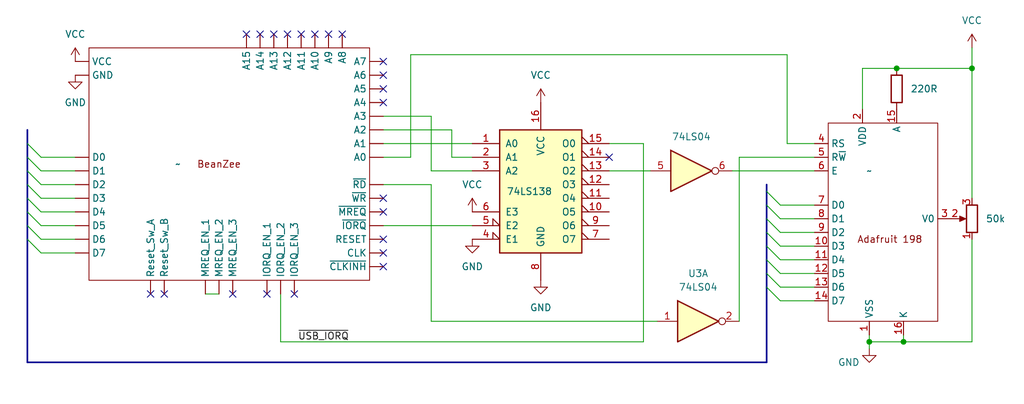
<source format=kicad_sch>
(kicad_sch (version 20230121) (generator eeschema)
  (paper "User" 189.992 75.0062)
  (title_block (title "BeanBoard") (company "PainfulDiodes"))
  (lib_symbols
    (symbol "74xx:74LS04"
      (property "Reference" "U" (at 0 1.27 0))
      (property "Value" "74LS04" (at 0 -1.27 0))
      (symbol "74LS04_1_0"
        (polyline (pts (xy -3.81 3.81) (xy -3.81 -3.81) (xy 3.81 0) (xy -3.81 3.81)) (stroke (width 0.254)) (fill (type background)))
        (pin input line (at -7.62 0 0) (length 3.81) (name "~") (number "1"))
        (pin output inverted (at 7.62 0 180) (length 3.81) (name "~") (number "2"))
      )
      (symbol "74LS04_2_0"
        (polyline (pts (xy -3.81 3.81) (xy -3.81 -3.81) (xy 3.81 0) (xy -3.81 3.81)) (stroke (width 0.254)) (fill (type background)))
        (pin input line (at -7.62 0 0) (length 3.81) (name "~") (number "3"))
        (pin output inverted (at 7.62 0 180) (length 3.81) (name "~") (number "4"))
      )
      (symbol "74LS04_3_0"
        (polyline (pts (xy -3.81 3.81) (xy -3.81 -3.81) (xy 3.81 0) (xy -3.81 3.81)) (stroke (width 0.254)) (fill (type background)))
        (pin input line (at -7.62 0 0) (length 3.81) (name "~") (number "5"))
        (pin output inverted (at 7.62 0 180) (length 3.81) (name "~") (number "6"))
      )
      (symbol "74LS04_4_0"
        (polyline (pts (xy -3.81 3.81) (xy -3.81 -3.81) (xy 3.81 0) (xy -3.81 3.81)) (stroke (width 0.254)) (fill (type background)))
        (pin output inverted (at 7.62 0 180) (length 3.81) (name "~") (number "8"))
        (pin input line (at -7.62 0 0) (length 3.81) (name "~") (number "9"))
      )
      (symbol "74LS04_5_0"
        (polyline (pts (xy -3.81 3.81) (xy -3.81 -3.81) (xy 3.81 0) (xy -3.81 3.81)) (stroke (width 0.254)) (fill (type background)))
        (pin output inverted (at 7.62 0 180) (length 3.81) (name "~") (number "10"))
        (pin input line (at -7.62 0 0) (length 3.81) (name "~") (number "11"))
      )
      (symbol "74LS04_6_0"
        (polyline (pts (xy -3.81 3.81) (xy -3.81 -3.81) (xy 3.81 0) (xy -3.81 3.81)) (stroke (width 0.254)) (fill (type background)))
        (pin output inverted (at 7.62 0 180) (length 3.81) (name "~") (number "12"))
        (pin input line (at -7.62 0 0) (length 3.81) (name "~") (number "13"))
      )
      (symbol "74LS04_7_0"
        (pin power_in line (at 0 12.7 270) (length 5.08) (name "VCC") (number "14"))
        (pin power_in line (at 0 -12.7 90) (length 5.08) (name "GND") (number "7"))
      )
      (symbol "74LS04_7_1"
        (rectangle (start -5.08 7.62) (end 5.08 -7.62) (stroke (width 0.254)) (fill (type background)))
      )
    )
    (symbol "74xx:74LS138" (pin_names (offset 1.016))
      (property "Reference" "U" (at -7.62 11.43 0))
      (property "Value" "74LS138" (at -7.62 -13.97 0))
      (symbol "74LS138_1_0"
        (pin input line (at -12.7 7.62 0) (length 5.08) (name "A0") (number "1"))
        (pin output output_low (at 12.7 -5.08 180) (length 5.08) (name "O5") (number "10"))
        (pin output output_low (at 12.7 -2.54 180) (length 5.08) (name "O4") (number "11"))
        (pin output output_low (at 12.7 0 180) (length 5.08) (name "O3") (number "12"))
        (pin output output_low (at 12.7 2.54 180) (length 5.08) (name "O2") (number "13"))
        (pin output output_low (at 12.7 5.08 180) (length 5.08) (name "O1") (number "14"))
        (pin output output_low (at 12.7 7.62 180) (length 5.08) (name "O0") (number "15"))
        (pin power_in line (at 0 15.24 270) (length 5.08) (name "VCC") (number "16"))
        (pin input line (at -12.7 5.08 0) (length 5.08) (name "A1") (number "2"))
        (pin input line (at -12.7 2.54 0) (length 5.08) (name "A2") (number "3"))
        (pin input input_low (at -12.7 -10.16 0) (length 5.08) (name "E1") (number "4"))
        (pin input input_low (at -12.7 -7.62 0) (length 5.08) (name "E2") (number "5"))
        (pin input line (at -12.7 -5.08 0) (length 5.08) (name "E3") (number "6"))
        (pin output output_low (at 12.7 -10.16 180) (length 5.08) (name "O7") (number "7"))
        (pin power_in line (at 0 -17.78 90) (length 5.08) (name "GND") (number "8"))
        (pin output output_low (at 12.7 -7.62 180) (length 5.08) (name "O6") (number "9"))
      )
      (symbol "74LS138_1_1"
        (rectangle (start -7.62 10.16) (end 7.62 -12.7) (stroke (width 0.254)) (fill (type background)))
      )
    )
    (symbol "BeanZee:BeanZee"
      (property "Reference" "U" (at 7.62 -3.81 0))
      (symbol "BeanZee_0_1"
        (rectangle (start -16.51 21.59) (end 35.56 -21.59))
      )
      (symbol "BeanZee_1_1"
        (text "BeanZee" (at 7.62 0 0) (effects (font (size 1.27 1.27))))
        (pin output line (at 38.1 1.27 180) (length 2.54) (name "A0") (number ""))
        (pin output line (at 38.1 3.81 180) (length 2.54) (name "A1") (number ""))
        (pin output line (at 25.4 24.13 270) (length 2.54) (name "A10") (number ""))
        (pin output line (at 22.86 24.13 270) (length 2.54) (name "A11") (number ""))
        (pin output line (at 20.32 24.13 270) (length 2.54) (name "A12") (number ""))
        (pin output line (at 17.78 24.13 270) (length 2.54) (name "A13") (number ""))
        (pin output line (at 15.24 24.13 270) (length 2.54) (name "A14") (number ""))
        (pin output line (at 12.7 24.13 270) (length 2.54) (name "A15") (number ""))
        (pin output line (at 38.1 6.35 180) (length 2.54) (name "A2") (number ""))
        (pin output line (at 38.1 8.89 180) (length 2.54) (name "A3") (number ""))
        (pin output line (at 38.1 11.43 180) (length 2.54) (name "A4") (number ""))
        (pin output line (at 38.1 13.97 180) (length 2.54) (name "A5") (number ""))
        (pin output line (at 38.1 16.51 180) (length 2.54) (name "A6") (number ""))
        (pin output line (at 38.1 19.05 180) (length 2.54) (name "A7") (number ""))
        (pin output line (at 30.48 24.13 270) (length 2.54) (name "A8") (number ""))
        (pin output line (at 27.94 24.13 270) (length 2.54) (name "A9") (number ""))
        (pin tri_state line (at 38.1 -16.51 180) (length 2.54) (name "CLK") (number ""))
        (pin tri_state line (at -19.05 1.27 0) (length 2.54) (name "D0") (number ""))
        (pin tri_state line (at -19.05 -1.27 0) (length 2.54) (name "D1") (number ""))
        (pin tri_state line (at -19.05 -3.81 0) (length 2.54) (name "D2") (number ""))
        (pin tri_state line (at -19.05 -6.35 0) (length 2.54) (name "D3") (number ""))
        (pin tri_state line (at -19.05 -8.89 0) (length 2.54) (name "D4") (number ""))
        (pin tri_state line (at -19.05 -11.43 0) (length 2.54) (name "D5") (number ""))
        (pin tri_state line (at -19.05 -13.97 0) (length 2.54) (name "D6") (number ""))
        (pin tri_state line (at -19.05 -16.51 0) (length 2.54) (name "D7") (number ""))
        (pin power_out line (at -19.05 16.51 0) (length 2.54) (name "GND") (number ""))
        (pin input line (at 16.51 -24.13 90) (length 2.54) (name "IORQ_EN_1") (number ""))
        (pin input line (at 19.05 -24.13 90) (length 2.54) (name "IORQ_EN_2") (number ""))
        (pin input line (at 21.59 -24.13 90) (length 2.54) (name "IORQ_EN_3") (number ""))
        (pin input line (at 5.08 -24.13 90) (length 2.54) (name "MREQ_EN_1") (number ""))
        (pin input line (at 7.62 -24.13 90) (length 2.54) (name "MREQ_EN_2") (number ""))
        (pin input line (at 10.16 -24.13 90) (length 2.54) (name "MREQ_EN_3") (number ""))
        (pin tri_state line (at 38.1 -13.97 180) (length 2.54) (name "RESET") (number ""))
        (pin input line (at -5.08 -24.13 90) (length 2.54) (name "Reset_Sw_A") (number ""))
        (pin input line (at -2.54 -24.13 90) (length 2.54) (name "Reset_Sw_B") (number ""))
        (pin power_out line (at -19.05 19.05 0) (length 2.54) (name "VCC") (number ""))
        (pin input line (at 38.1 -19.05 180) (length 2.54) (name "~{CLKINH}") (number ""))
        (pin output line (at 38.1 -11.43 180) (length 2.54) (name "~{IORQ}") (number ""))
        (pin output line (at 38.1 -8.89 180) (length 2.54) (name "~{MREQ}") (number ""))
        (pin output line (at 38.1 -3.81 180) (length 2.54) (name "~{RD}") (number ""))
        (pin output line (at 38.1 -6.35 180) (length 2.54) (name "~{WR}") (number ""))
      )
    )
    (symbol "Device:R" (pin_numbers hide) (pin_names (offset 0))
      (property "Reference" "R" (at 2.032 0 90))
      (property "Value" "R" (at 0 0 90))
      (symbol "R_0_1"
        (rectangle (start -1.016 -2.54) (end 1.016 2.54) (stroke (width 0.254)))
      )
      (symbol "R_1_1"
        (pin passive line (at 0 3.81 270) (length 1.27) (name "~") (number "1"))
        (pin passive line (at 0 -3.81 90) (length 1.27) (name "~") (number "2"))
      )
    )
    (symbol "Device:R_Potentiometer" (pin_names (offset 1.016) hide)
      (property "Reference" "RV" (at -4.445 0 90))
      (property "Value" "R_Potentiometer" (at -2.54 0 90))
      (symbol "R_Potentiometer_0_1"
        (polyline (pts (xy 2.54 0) (xy 1.524 0)))
        (polyline (pts (xy 1.143 0) (xy 2.286 0.508) (xy 2.286 -0.508) (xy 1.143 0)) (fill (type outline)))
        (rectangle (start 1.016 2.54) (end -1.016 -2.54) (stroke (width 0.254)))
      )
      (symbol "R_Potentiometer_1_1"
        (pin passive line (at 0 3.81 270) (length 1.27) (name "1") (number "1"))
        (pin passive line (at 3.81 0 180) (length 1.27) (name "2") (number "2"))
        (pin passive line (at 0 -3.81 90) (length 1.27) (name "3") (number "3"))
      )
    )
    (symbol "HD44780:adafruit-198"
      (property "Reference" "U" (at 2.54 -3.81 0))
      (symbol "adafruit-198_0_1"
        (rectangle (start -7.62 8.89) (end 12.7 -27.94))
      )
      (symbol "adafruit-198_1_1"
        (text "Adafruit 198" (at 3.81 -12.7 0) (effects (font (size 1.27 1.27))))
        (pin power_in line (at 0 -30.48 90) (length 2.54) (name "VSS") (number "1"))
        (pin tri_state line (at -10.16 -13.97 0) (length 2.54) (name "D3") (number "10"))
        (pin tri_state line (at -10.16 -16.51 0) (length 2.54) (name "D4") (number "11"))
        (pin tri_state line (at -10.16 -19.05 0) (length 2.54) (name "D5") (number "12"))
        (pin tri_state line (at -10.16 -21.59 0) (length 2.54) (name "D6") (number "13"))
        (pin tri_state line (at -10.16 -24.13 0) (length 2.54) (name "D7") (number "14"))
        (pin power_in line (at 5.08 11.43 270) (length 2.54) (name "A") (number "15"))
        (pin power_in line (at 6.35 -30.48 90) (length 2.54) (name "K") (number "16"))
        (pin power_in line (at -1.27 11.43 270) (length 2.54) (name "VDD") (number "2"))
        (pin input line (at 15.24 -8.89 180) (length 2.54) (name "V0") (number "3"))
        (pin input line (at -10.16 5.08 0) (length 2.54) (name "RS") (number "4"))
        (pin input line (at -10.16 2.54 0) (length 2.54) (name "R~{W}") (number "5"))
        (pin input line (at -10.16 0 0) (length 2.54) (name "E") (number "6"))
        (pin tri_state line (at -10.16 -6.35 0) (length 2.54) (name "D0") (number "7"))
        (pin tri_state line (at -10.16 -8.89 0) (length 2.54) (name "D1") (number "8"))
        (pin tri_state line (at -10.16 -11.43 0) (length 2.54) (name "D2") (number "9"))
      )
    )
    (symbol "power:GND" (power) (pin_numbers hide) (pin_names (offset 0) hide)
      (property "Value" "GND" (at 0 -3.81 0))
      (symbol "GND_0_1"
        (polyline (pts (xy 0 0) (xy 0 -1.27) (xy 1.27 -1.27) (xy 0 -2.54) (xy -1.27 -1.27) (xy 0 -1.27)))
      )
      (symbol "GND_1_1"
        (pin power_in line (at 0 0 270) (length 0) hide (name "GND") (number "1"))
      )
    )
    (symbol "power:VCC" (power) (pin_numbers hide) (pin_names (offset 0) hide)
      (property "Value" "VCC" (at 0 3.81 0))
      (symbol "VCC_0_1"
        (polyline (pts (xy -0.762 1.27) (xy 0 2.54)))
        (polyline (pts (xy 0 0) (xy 0 2.54)))
        (polyline (pts (xy 0 2.54) (xy 0.762 1.27)))
      )
      (symbol "VCC_1_1"
        (pin power_in line (at 0 0 90) (length 0) hide (name "VCC") (number "1"))
      )
    )
  )
  (junction (at 161.29 63.5))
  (junction (at 180.34 12.7))
  (junction (at 167.64 63.5))
  (junction (at 166.37 12.7))
  (no_connect (at 30.48 54.61))
  (no_connect (at 71.12 36.83))
  (no_connect (at 27.94 54.61))
  (no_connect (at 71.12 13.97))
  (no_connect (at 71.12 39.37))
  (no_connect (at 58.42 6.35))
  (no_connect (at 71.12 16.51))
  (no_connect (at 71.12 11.43))
  (no_connect (at 63.5 6.35))
  (no_connect (at 71.12 44.45))
  (no_connect (at 71.12 19.05))
  (no_connect (at 71.12 49.53))
  (no_connect (at 43.18 54.61))
  (no_connect (at 53.34 6.35))
  (no_connect (at 48.26 6.35))
  (no_connect (at 60.96 6.35))
  (no_connect (at 54.61 54.61))
  (no_connect (at 49.53 54.61))
  (no_connect (at 71.12 46.99))
  (no_connect (at 113.03 29.21))
  (no_connect (at 50.8 6.35))
  (no_connect (at 45.72 6.35))
  (no_connect (at 55.88 6.35))
  (bus_entry (at 142.24 40.64) (size 2.54 2.54))
  (bus_entry (at 142.24 43.18) (size 2.54 2.54))
  (bus_entry (at 5.08 41.91) (size 2.54 2.54))
  (bus_entry (at 5.08 44.45) (size 2.54 2.54))
  (bus_entry (at 5.08 34.29) (size 2.54 2.54))
  (bus_entry (at 142.24 38.1) (size 2.54 2.54))
  (bus_entry (at 142.24 53.34) (size 2.54 2.54))
  (bus_entry (at 142.24 50.8) (size 2.54 2.54))
  (bus_entry (at 5.08 31.75) (size 2.54 2.54))
  (bus_entry (at 5.08 26.67) (size 2.54 2.54))
  (bus_entry (at 142.24 45.72) (size 2.54 2.54))
  (bus_entry (at 5.08 29.21) (size 2.54 2.54))
  (bus_entry (at 5.08 39.37) (size 2.54 2.54))
  (bus_entry (at 142.24 48.26) (size 2.54 2.54))
  (bus_entry (at 142.24 35.56) (size 2.54 2.54))
  (bus_entry (at 5.08 36.83) (size 2.54 2.54))
  (bus (pts (xy 142.24 38.1) (xy 142.24 40.64)))
  (wire (pts (xy 71.12 26.67) (xy 87.63 26.67)))
  (wire (pts (xy 144.78 38.1) (xy 151.13 38.1)))
  (wire (pts (xy 76.2 29.21) (xy 76.2 10.16)))
  (bus (pts (xy 5.08 31.75) (xy 5.08 34.29)))
  (bus (pts (xy 142.24 43.18) (xy 142.24 45.72)))
  (wire (pts (xy 180.34 12.7) (xy 166.37 12.7)))
  (wire (pts (xy 7.62 36.83) (xy 13.97 36.83)))
  (bus (pts (xy 142.24 53.34) (xy 142.24 67.31)))
  (wire (pts (xy 7.62 44.45) (xy 13.97 44.45)))
  (wire (pts (xy 160.02 12.7) (xy 160.02 20.32)))
  (wire (pts (xy 7.62 46.99) (xy 13.97 46.99)))
  (wire (pts (xy 180.34 44.45) (xy 180.34 63.5)))
  (bus (pts (xy 142.24 35.56) (xy 142.24 38.1)))
  (wire (pts (xy 119.38 26.67) (xy 119.38 63.5)))
  (wire (pts (xy 144.78 50.8) (xy 151.13 50.8)))
  (wire (pts (xy 71.12 41.91) (xy 87.63 41.91)))
  (wire (pts (xy 83.82 29.21) (xy 83.82 24.13)))
  (wire (pts (xy 144.78 55.88) (xy 151.13 55.88)))
  (bus (pts (xy 142.24 45.72) (xy 142.24 48.26)))
  (wire (pts (xy 80.01 31.75) (xy 80.01 21.59)))
  (wire (pts (xy 161.29 64.77) (xy 161.29 63.5)))
  (wire (pts (xy 71.12 34.29) (xy 80.01 34.29)))
  (wire (pts (xy 87.63 29.21) (xy 83.82 29.21)))
  (wire (pts (xy 160.02 12.7) (xy 166.37 12.7)))
  (bus (pts (xy 142.24 50.8) (xy 142.24 53.34)))
  (wire (pts (xy 180.34 36.83) (xy 180.34 12.7)))
  (wire (pts (xy 7.62 41.91) (xy 13.97 41.91)))
  (wire (pts (xy 161.29 63.5) (xy 167.64 63.5)))
  (bus (pts (xy 5.08 29.21) (xy 5.08 31.75)))
  (bus (pts (xy 142.24 34.29) (xy 142.24 35.56)))
  (wire (pts (xy 113.03 26.67) (xy 119.38 26.67)))
  (bus (pts (xy 5.08 41.91) (xy 5.08 44.45)))
  (wire (pts (xy 7.62 29.21) (xy 13.97 29.21)))
  (wire (pts (xy 71.12 29.21) (xy 76.2 29.21)))
  (bus (pts (xy 5.08 39.37) (xy 5.08 41.91)))
  (wire (pts (xy 135.89 31.75) (xy 151.13 31.75)))
  (wire (pts (xy 146.05 10.16) (xy 146.05 26.67)))
  (wire (pts (xy 146.05 26.67) (xy 151.13 26.67)))
  (wire (pts (xy 167.64 63.5) (xy 167.64 62.23)))
  (wire (pts (xy 87.63 31.75) (xy 80.01 31.75)))
  (wire (pts (xy 80.01 59.69) (xy 121.92 59.69)))
  (wire (pts (xy 38.1 54.61) (xy 40.64 54.61)))
  (bus (pts (xy 5.08 36.83) (xy 5.08 39.37)))
  (bus (pts (xy 142.24 48.26) (xy 142.24 50.8)))
  (wire (pts (xy 119.38 63.5) (xy 52.07 63.5)))
  (bus (pts (xy 142.24 40.64) (xy 142.24 43.18)))
  (wire (pts (xy 144.78 45.72) (xy 151.13 45.72)))
  (wire (pts (xy 144.78 48.26) (xy 151.13 48.26)))
  (wire (pts (xy 80.01 34.29) (xy 80.01 59.69)))
  (wire (pts (xy 52.07 54.61) (xy 52.07 63.5)))
  (wire (pts (xy 83.82 24.13) (xy 71.12 24.13)))
  (bus (pts (xy 5.08 34.29) (xy 5.08 36.83)))
  (wire (pts (xy 137.16 29.21) (xy 151.13 29.21)))
  (wire (pts (xy 80.01 21.59) (xy 71.12 21.59)))
  (wire (pts (xy 7.62 34.29) (xy 13.97 34.29)))
  (wire (pts (xy 113.03 31.75) (xy 120.65 31.75)))
  (bus (pts (xy 5.08 67.31) (xy 142.24 67.31)))
  (wire (pts (xy 180.34 8.89) (xy 180.34 12.7)))
  (wire (pts (xy 144.78 53.34) (xy 151.13 53.34)))
  (wire (pts (xy 144.78 43.18) (xy 151.13 43.18)))
  (wire (pts (xy 7.62 31.75) (xy 13.97 31.75)))
  (bus (pts (xy 5.08 24.13) (xy 5.08 26.67)))
  (bus (pts (xy 5.08 26.67) (xy 5.08 29.21)))
  (wire (pts (xy 144.78 40.64) (xy 151.13 40.64)))
  (wire (pts (xy 161.29 63.5) (xy 161.29 62.23)))
  (wire (pts (xy 76.2 10.16) (xy 146.05 10.16)))
  (wire (pts (xy 7.62 39.37) (xy 13.97 39.37)))
  (wire (pts (xy 137.16 59.69) (xy 137.16 29.21)))
  (wire (pts (xy 180.34 63.5) (xy 167.64 63.5)))
  (bus (pts (xy 5.08 44.45) (xy 5.08 67.31)))
  (label "~{USB_IORQ}" (at 64.77 63.5 180))
  (symbol (lib_id "74xx:74LS04") (at 129.54 59.69 0) (unit 1)
    (property "Reference" "U3" (at 129.54 50.8 0))
    (property "Value" "74LS04" (at 129.54 53.34 0))
    (property "Footprint" "Package_DIP:DIP-14_W7.62mm_Socket_LongPads" (effects hide))
    (property "Datasheet" "http://www.ti.com/lit/gpn/sn74LS04" (effects hide))
  )
  (symbol (lib_id "power:VCC") (at 100.33 19.05 0) (unit 1)
    (property "Reference" "#PWR04" (effects hide))
    (property "Value" "VCC" (at 100.33 13.97 0))
  )
  (symbol (lib_id "HD44780:adafruit-198") (at 161.29 31.75 0) (unit 1)
    (property "Reference" "U4" (effects hide))
    (property "Value" "~" (at 161.29 31.75 0))
  )
  (symbol (lib_id "Device:R_Potentiometer") (at 180.34 40.64 180) (unit 1)
    (property "Reference" "RV2" (effects hide))
    (property "Value" "50k" (at 182.88 40.64 0) (effects (justify right)))
    (property "Footprint" "Connector_PinSocket_2.54mm:PinSocket_1x03_P2.54mm_Vertical" (effects hide))
  )
  (symbol (lib_id "power:GND") (at 100.33 52.07 0) (unit 1)
    (property "Reference" "#PWR06" (effects hide))
    (property "Value" "GND" (at 100.33 57.15 0))
  )
  (symbol (lib_id "Device:R") (at 166.37 16.51 0) (unit 1)
    (property "Reference" "R11" (effects hide))
    (property "Value" "220R" (at 168.91 16.51 0) (effects (justify left)))
    (property "Footprint" "Resistor_THT:R_Axial_DIN0204_L3.6mm_D1.6mm_P7.62mm_Horizontal" (effects hide))
  )
  (symbol (lib_id "power:GND") (at 161.29 64.77 0) (unit 1)
    (property "Reference" "#PWR022" (effects hide))
    (property "Value" "GND" (at 157.48 67.31 0))
  )
  (symbol (lib_id "74xx:74LS138") (at 100.33 34.29 0) (unit 1)
    (property "Reference" "U1" (effects hide))
    (property "Value" "74LS138" (at 93.98 35.56 0) (effects (justify left)))
    (property "Footprint" "Package_DIP:DIP-16_W7.62mm_Socket_LongPads" (effects hide))
    (property "Datasheet" "http://www.ti.com/lit/gpn/sn74LS138" (effects hide))
  )
  (symbol (lib_id "power:GND") (at 87.63 44.45 0) (unit 1)
    (property "Reference" "#PWR07" (effects hide))
    (property "Value" "GND" (at 87.63 49.53 0))
  )
  (symbol (lib_id "BeanZee:BeanZee") (at 33.02 30.48 0) (unit 1)
    (property "Reference" "U2" (effects hide))
    (property "Value" "~" (at 33.02 30.48 0))
  )
  (symbol (lib_id "power:VCC") (at 180.34 8.89 0) (unit 1)
    (property "Reference" "#PWR02" (effects hide))
    (property "Value" "VCC" (at 180.34 3.81 0))
  )
  (symbol (lib_id "power:VCC") (at 13.97 11.43 0) (unit 1)
    (property "Reference" "#PWR01" (effects hide))
    (property "Value" "VCC" (at 13.97 6.35 0))
  )
  (symbol (lib_id "power:GND") (at 13.97 13.97 0) (unit 1)
    (property "Reference" "#PWR03" (effects hide))
    (property "Value" "GND" (at 13.97 19.05 0))
  )
  (symbol (lib_id "74xx:74LS04") (at 128.27 31.75 0) (unit 3)
    (property "Reference" "U3" (effects hide))
    (property "Value" "74LS04" (at 128.27 25.4 0))
    (property "Footprint" "Package_DIP:DIP-14_W7.62mm_Socket_LongPads" (effects hide))
    (property "Datasheet" "http://www.ti.com/lit/gpn/sn74LS04" (effects hide))
  )
  (symbol (lib_id "power:VCC") (at 87.63 39.37 0) (unit 1)
    (property "Reference" "#PWR05" (effects hide))
    (property "Value" "VCC" (at 87.63 34.29 0))
  )
)
</source>
